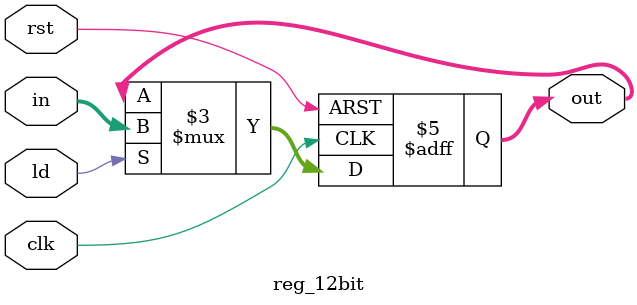
<source format=v>
module reg_12bit
(
    input clk,
    input rst,
    input ld,
    input[11:0] in,
    output reg[11:0] out
);
    always@ (posedge clk or posedge rst)
        begin
            if(rst)
	     	    out = 0;
            else if(ld)
                out = in;
            else
                out = out;
        end
endmodule
</source>
